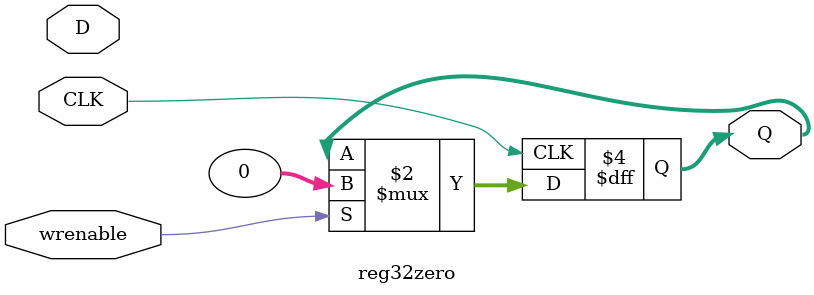
<source format=v>
module reg32zero
(
output reg[0:31] Q,
input[0:31]   D,
input		wrenable,
input		CLK
);
  always @(posedge CLK)begin
    if (wrenable)begin
      Q <= 32'b0;
    end
  end

endmodule // reg32zero





</source>
